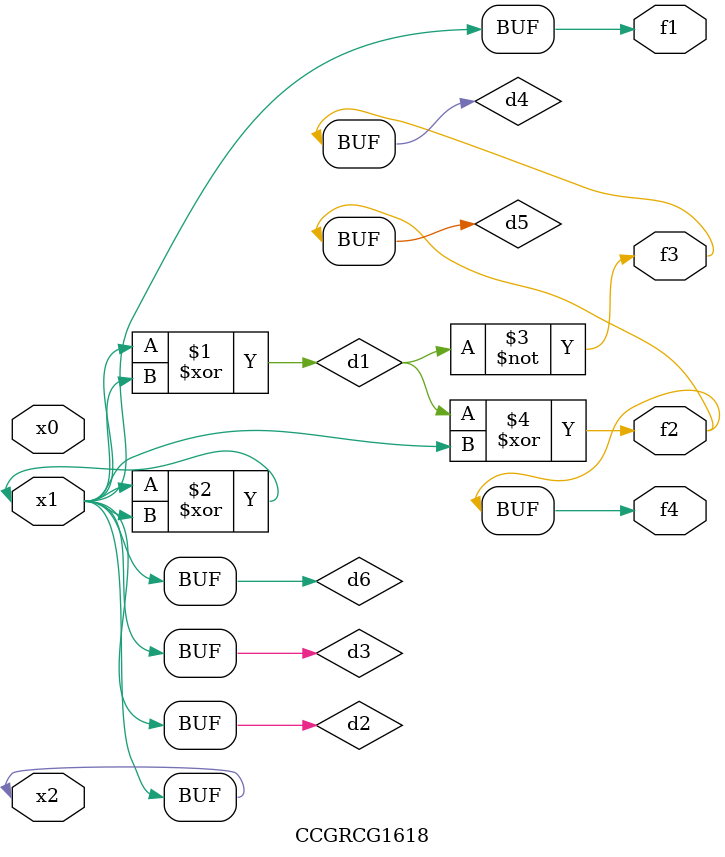
<source format=v>
module CCGRCG1618(
	input x0, x1, x2,
	output f1, f2, f3, f4
);

	wire d1, d2, d3, d4, d5, d6;

	xor (d1, x1, x2);
	buf (d2, x1, x2);
	xor (d3, x1, x2);
	nor (d4, d1);
	xor (d5, d1, d2);
	buf (d6, d2, d3);
	assign f1 = d6;
	assign f2 = d5;
	assign f3 = d4;
	assign f4 = d5;
endmodule

</source>
